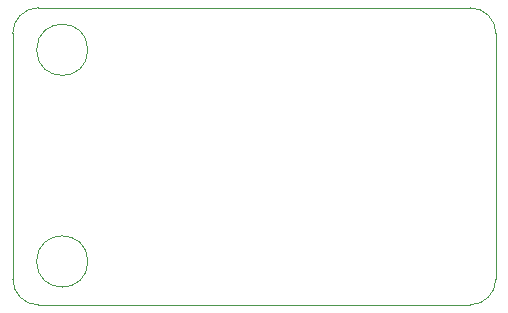
<source format=gbr>
%TF.GenerationSoftware,KiCad,Pcbnew,(6.0.0)*%
%TF.CreationDate,2022-03-04T17:55:49+13:00*%
%TF.ProjectId,DCC_PCB,4443435f-5043-4422-9e6b-696361645f70,rev?*%
%TF.SameCoordinates,Original*%
%TF.FileFunction,Profile,NP*%
%FSLAX46Y46*%
G04 Gerber Fmt 4.6, Leading zero omitted, Abs format (unit mm)*
G04 Created by KiCad (PCBNEW (6.0.0)) date 2022-03-04 17:55:49*
%MOMM*%
%LPD*%
G01*
G04 APERTURE LIST*
%TA.AperFunction,Profile*%
%ADD10C,0.100000*%
%TD*%
G04 APERTURE END LIST*
D10*
X137033000Y-89408000D02*
G75*
G03*
X134862824Y-91578176I1J-2170177D01*
G01*
X173597824Y-89407370D02*
X137033000Y-89408000D01*
X175768000Y-91577546D02*
G75*
G03*
X173597824Y-89407370I-2170177J-1D01*
G01*
X137044176Y-114565176D02*
X173597824Y-114554630D01*
X175768000Y-91577546D02*
X175768000Y-112384454D01*
X141224001Y-110882176D02*
G75*
G03*
X141224001Y-110882176I-2170177J0D01*
G01*
X173597824Y-114554630D02*
G75*
G03*
X175768000Y-112384454I-1J2170177D01*
G01*
X134874000Y-112395000D02*
G75*
G03*
X137044176Y-114565176I2170177J1D01*
G01*
X134862824Y-91578176D02*
X134874000Y-112395000D01*
X141224001Y-92964000D02*
G75*
G03*
X141224001Y-92964000I-2170177J0D01*
G01*
M02*

</source>
